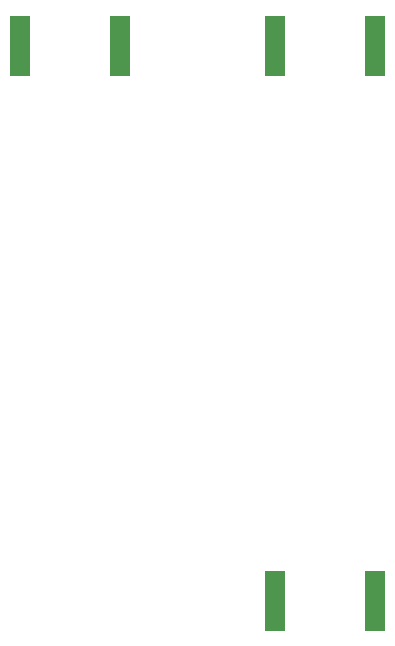
<source format=gbp>
G04 #@! TF.FileFunction,Paste,Bot*
%FSLAX46Y46*%
G04 Gerber Fmt 4.6, Leading zero omitted, Abs format (unit mm)*
G04 Created by KiCad (PCBNEW 4.0.4+e1-6308~48~ubuntu16.04.1-stable) date Fri Dec  2 11:08:50 2016*
%MOMM*%
%LPD*%
G01*
G04 APERTURE LIST*
%ADD10C,0.100000*%
%ADD11R,1.778000X5.080000*%
G04 APERTURE END LIST*
D10*
D11*
X80454500Y-87630000D03*
X71945500Y-87630000D03*
X102044500Y-87630000D03*
X93535500Y-87630000D03*
X93535500Y-134620000D03*
X102044500Y-134620000D03*
M02*

</source>
